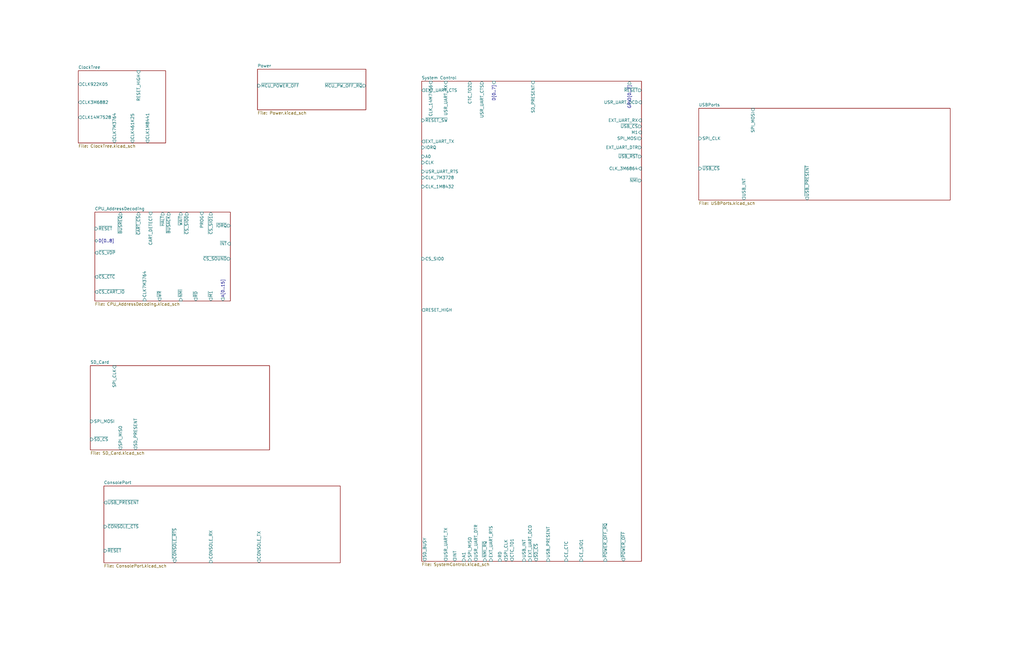
<source format=kicad_sch>
(kicad_sch
	(version 20250114)
	(generator "eeschema")
	(generator_version "9.0")
	(uuid "5593e793-d133-45d0-a91e-72805049e474")
	(paper "USLedger")
	(lib_symbols)
	(sheet
		(at 294.64 45.72)
		(size 106.045 38.735)
		(exclude_from_sim no)
		(in_bom yes)
		(on_board yes)
		(dnp no)
		(fields_autoplaced yes)
		(stroke
			(width 0.1524)
			(type solid)
		)
		(fill
			(color 0 0 0 0.0000)
		)
		(uuid "2013015a-969c-4274-b0b3-984421ff4026")
		(property "Sheetname" "USBPorts"
			(at 294.64 45.0084 0)
			(effects
				(font
					(size 1.27 1.27)
				)
				(justify left bottom)
			)
		)
		(property "Sheetfile" "USBPorts.kicad_sch"
			(at 294.64 85.0396 0)
			(effects
				(font
					(size 1.27 1.27)
				)
				(justify left top)
			)
		)
		(pin "SPI_CLK" input
			(at 294.64 58.42 180)
			(uuid "f3af3830-24eb-4135-8bab-c4ab8956acd9")
			(effects
				(font
					(size 1.27 1.27)
				)
				(justify left)
			)
		)
		(pin "~{USB_PRESENT}" output
			(at 340.36 84.455 270)
			(uuid "608f6dd7-ac18-4113-a6fa-d398d14c134a")
			(effects
				(font
					(size 1.27 1.27)
				)
				(justify left)
			)
		)
		(pin "USB_INT" output
			(at 313.69 84.455 270)
			(uuid "1bc7c2b3-61d9-4150-b985-fd7386651fc0")
			(effects
				(font
					(size 1.27 1.27)
				)
				(justify left)
			)
		)
		(pin "~{USB_CS}" input
			(at 294.64 71.12 180)
			(uuid "b83fc4de-8da9-476a-8ef1-1ae48d984544")
			(effects
				(font
					(size 1.27 1.27)
				)
				(justify left)
			)
		)
		(pin "SPI_MOSI" input
			(at 317.5 45.72 90)
			(uuid "1744b22a-fae2-45a8-8c9d-2b1a922db2af")
			(effects
				(font
					(size 1.27 1.27)
				)
				(justify right)
			)
		)
		(instances
			(project "Z80HomeBrew"
				(path "/5593e793-d133-45d0-a91e-72805049e474"
					(page "8")
				)
			)
		)
	)
	(sheet
		(at 108.585 29.21)
		(size 45.72 17.145)
		(exclude_from_sim no)
		(in_bom yes)
		(on_board yes)
		(dnp no)
		(fields_autoplaced yes)
		(stroke
			(width 0.1524)
			(type solid)
		)
		(fill
			(color 0 0 0 0.0000)
		)
		(uuid "3988d86f-c93e-49bc-9714-528a8b658c82")
		(property "Sheetname" "Power"
			(at 108.585 28.4984 0)
			(effects
				(font
					(size 1.27 1.27)
				)
				(justify left bottom)
			)
		)
		(property "Sheetfile" "Power.kicad_sch"
			(at 108.585 46.9396 0)
			(effects
				(font
					(size 1.27 1.27)
				)
				(justify left top)
			)
		)
		(pin "~{MCU_POWER_OFF}" input
			(at 108.585 36.195 180)
			(uuid "a1399e53-6679-4154-bb71-e7e2388d9051")
			(effects
				(font
					(size 1.27 1.27)
				)
				(justify left)
			)
		)
		(pin "~{MCU_PW_OFF_RQ}" output
			(at 154.305 36.195 0)
			(uuid "de624966-7aad-4759-bd24-eca4ea9f9649")
			(effects
				(font
					(size 1.27 1.27)
				)
				(justify right)
			)
		)
		(instances
			(project "Z80HomeBrew"
				(path "/5593e793-d133-45d0-a91e-72805049e474"
					(page "2")
				)
			)
		)
	)
	(sheet
		(at 40.005 89.535)
		(size 57.15 37.465)
		(exclude_from_sim no)
		(in_bom yes)
		(on_board yes)
		(dnp no)
		(fields_autoplaced yes)
		(stroke
			(width 0.1524)
			(type solid)
		)
		(fill
			(color 0 0 0 0.0000)
		)
		(uuid "42f260a1-43d6-4f51-bd99-df380e29398c")
		(property "Sheetname" "CPU_AddressDecoding"
			(at 40.005 88.8234 0)
			(effects
				(font
					(size 1.27 1.27)
				)
				(justify left bottom)
			)
		)
		(property "Sheetfile" "CPU_AddressDecoding.kicad_sch"
			(at 40.005 127.5846 0)
			(effects
				(font
					(size 1.27 1.27)
				)
				(justify left top)
			)
		)
		(pin "~{RESET}" input
			(at 40.005 96.52 180)
			(uuid "bf123172-207c-43d6-aa90-98aa32eb958b")
			(effects
				(font
					(size 1.27 1.27)
				)
				(justify left)
			)
		)
		(pin "D[0..8]" bidirectional
			(at 40.005 101.6 180)
			(uuid "cdf2dea9-7654-4d37-983a-b0b2989020d1")
			(effects
				(font
					(size 1.27 1.27)
				)
				(justify left)
			)
		)
		(pin "~{CS_VDP}" output
			(at 40.005 106.68 180)
			(uuid "c43660a7-02a3-4a99-81d6-074c92bb788b")
			(effects
				(font
					(size 1.27 1.27)
				)
				(justify left)
			)
		)
		(pin "~{CS_CTC}" output
			(at 40.005 116.84 180)
			(uuid "a3e45022-f457-4ff0-b375-47ec1f1b2bed")
			(effects
				(font
					(size 1.27 1.27)
				)
				(justify left)
			)
		)
		(pin "~{CS_CART_IO}" output
			(at 40.005 123.19 180)
			(uuid "79ac9a79-4db9-4f13-b641-be5e6c4b0bdb")
			(effects
				(font
					(size 1.27 1.27)
				)
				(justify left)
			)
		)
		(pin "CLK7M3764" input
			(at 60.96 127 270)
			(uuid "7dfc1a50-07f9-422a-96c5-e04b3bfb65ae")
			(effects
				(font
					(size 1.27 1.27)
				)
				(justify left)
			)
		)
		(pin "~{WR}" output
			(at 67.31 127 270)
			(uuid "a4e4bbbd-1bf3-48dc-b3b4-ffcfc2f68bad")
			(effects
				(font
					(size 1.27 1.27)
				)
				(justify left)
			)
		)
		(pin "~{NMI}" input
			(at 76.2 127 270)
			(uuid "c1498718-9f8e-479a-a2d5-80fa0a2d5ef3")
			(effects
				(font
					(size 1.27 1.27)
				)
				(justify left)
			)
		)
		(pin "~{RD}" output
			(at 82.55 127 270)
			(uuid "9cfd2cb6-9a8c-4c25-95e7-ee230ba36e5d")
			(effects
				(font
					(size 1.27 1.27)
				)
				(justify left)
			)
		)
		(pin "~{M1}" output
			(at 88.9 127 270)
			(uuid "62209e77-f7ca-4771-bbc9-763ed12bea3b")
			(effects
				(font
					(size 1.27 1.27)
				)
				(justify left)
			)
		)
		(pin "A[0..15]" output
			(at 93.98 127 270)
			(uuid "3eeb2c9b-33ba-4787-95f2-95edc33945c0")
			(effects
				(font
					(size 1.27 1.27)
				)
				(justify left)
			)
		)
		(pin "~{CS_SOUND}" output
			(at 97.155 109.22 0)
			(uuid "0d647745-84a5-46dc-b1f2-39c6df6090e0")
			(effects
				(font
					(size 1.27 1.27)
				)
				(justify right)
			)
		)
		(pin "~{INT}" input
			(at 97.155 102.87 0)
			(uuid "10e8b663-009f-4c78-b09d-fa02917a206b")
			(effects
				(font
					(size 1.27 1.27)
				)
				(justify right)
			)
		)
		(pin "~{IORQ}" output
			(at 97.155 95.25 0)
			(uuid "71d5fede-dd02-42bb-8d8c-c0f6ee972204")
			(effects
				(font
					(size 1.27 1.27)
				)
				(justify right)
			)
		)
		(pin "~{CS_SIO1}" output
			(at 88.9 89.535 90)
			(uuid "d0e1e022-741c-46ce-b513-0aaaf2771ec1")
			(effects
				(font
					(size 1.27 1.27)
				)
				(justify right)
			)
		)
		(pin "~{CS_SIO0}" output
			(at 78.74 89.535 90)
			(uuid "4a1c7bef-ba8d-4f6a-a6e4-5a92424d3db3")
			(effects
				(font
					(size 1.27 1.27)
				)
				(justify right)
			)
		)
		(pin "~{CART_CS}" output
			(at 58.42 89.535 90)
			(uuid "1302b4cc-e9cf-4dc6-9101-dfde9ad4b0cb")
			(effects
				(font
					(size 1.27 1.27)
				)
				(justify right)
			)
		)
		(pin "CART_DETECT" input
			(at 63.5 89.535 90)
			(uuid "172212c8-0ce0-4484-ae76-b02a5a5fc14b")
			(effects
				(font
					(size 1.27 1.27)
				)
				(justify right)
			)
		)
		(pin "~{HALT}" output
			(at 68.58 89.535 90)
			(uuid "3ae477b3-31c2-4852-a656-2d219e2c6e4f")
			(effects
				(font
					(size 1.27 1.27)
				)
				(justify right)
			)
		)
		(pin "~{BUSACK}" output
			(at 71.12 89.535 90)
			(uuid "1193f96e-bebf-42f5-96c7-6917eb8948ac")
			(effects
				(font
					(size 1.27 1.27)
				)
				(justify right)
			)
		)
		(pin "~{WAIT}" output
			(at 76.2 89.535 90)
			(uuid "1b14d213-8cb1-4d3a-8143-bbd3d1e30c33")
			(effects
				(font
					(size 1.27 1.27)
				)
				(justify right)
			)
		)
		(pin "PROG" input
			(at 85.09 89.535 90)
			(uuid "e5e911a3-df1a-4743-9d83-bd3b234c1c3b")
			(effects
				(font
					(size 1.27 1.27)
				)
				(justify right)
			)
		)
		(pin "~{BUSREQ}" output
			(at 50.8 89.535 90)
			(uuid "0e0b5c56-657a-43de-88b8-2f02aa3a3a04")
			(effects
				(font
					(size 1.27 1.27)
				)
				(justify right)
			)
		)
		(instances
			(project "Z80HomeBrew"
				(path "/5593e793-d133-45d0-a91e-72805049e474"
					(page "5")
				)
			)
		)
	)
	(sheet
		(at 33.02 29.845)
		(size 36.83 30.48)
		(exclude_from_sim no)
		(in_bom yes)
		(on_board yes)
		(dnp no)
		(fields_autoplaced yes)
		(stroke
			(width 0.1524)
			(type solid)
		)
		(fill
			(color 0 0 0 0.0000)
		)
		(uuid "4d58af3c-6e53-412a-aa45-ebff8f550c35")
		(property "Sheetname" "ClockTree"
			(at 33.02 29.1334 0)
			(effects
				(font
					(size 1.27 1.27)
				)
				(justify left bottom)
			)
		)
		(property "Sheetfile" "ClockTree.kicad_sch"
			(at 33.02 60.9096 0)
			(effects
				(font
					(size 1.27 1.27)
				)
				(justify left top)
			)
		)
		(pin "CLK922K05" output
			(at 33.02 35.56 180)
			(uuid "da96b57e-58c7-4edf-83be-df31c2dd99fa")
			(effects
				(font
					(size 1.27 1.27)
				)
				(justify left)
			)
		)
		(pin "CLK3M6882" output
			(at 33.02 43.18 180)
			(uuid "34d196a0-7a75-47c7-b953-0555d83a5341")
			(effects
				(font
					(size 1.27 1.27)
				)
				(justify left)
			)
		)
		(pin "CLK14M7528" output
			(at 33.02 49.53 180)
			(uuid "2322dd9d-9687-40dc-9519-5ebbcfe530e2")
			(effects
				(font
					(size 1.27 1.27)
				)
				(justify left)
			)
		)
		(pin "CLK7M3764" output
			(at 48.26 60.325 270)
			(uuid "0ae4c004-76e9-4c27-a8d0-5aa936a00fe4")
			(effects
				(font
					(size 1.27 1.27)
				)
				(justify left)
			)
		)
		(pin "CLK461K25" output
			(at 55.88 60.325 270)
			(uuid "fe1863ea-38d2-4f9f-a7c5-6fb241bc2d1d")
			(effects
				(font
					(size 1.27 1.27)
				)
				(justify left)
			)
		)
		(pin "CLK1M8441" output
			(at 62.23 60.325 270)
			(uuid "0532ebaf-cdf1-4232-91a8-8cae1f7a409a")
			(effects
				(font
					(size 1.27 1.27)
				)
				(justify left)
			)
		)
		(pin "RESET_HIGH" input
			(at 58.42 29.845 90)
			(uuid "63424308-6cce-4cb0-8346-4621332d7151")
			(effects
				(font
					(size 1.27 1.27)
				)
				(justify right)
			)
		)
		(instances
			(project "Z80HomeBrew"
				(path "/5593e793-d133-45d0-a91e-72805049e474"
					(page "4")
				)
			)
		)
	)
	(sheet
		(at 43.815 205.105)
		(size 99.695 32.385)
		(exclude_from_sim no)
		(in_bom yes)
		(on_board yes)
		(dnp no)
		(fields_autoplaced yes)
		(stroke
			(width 0.1524)
			(type solid)
		)
		(fill
			(color 0 0 0 0.0000)
		)
		(uuid "685e3ad0-b668-4082-bf36-08a728699034")
		(property "Sheetname" "ConsolePort"
			(at 43.815 204.3934 0)
			(effects
				(font
					(size 1.27 1.27)
				)
				(justify left bottom)
			)
		)
		(property "Sheetfile" "ConsolePort.kicad_sch"
			(at 43.815 238.0746 0)
			(effects
				(font
					(size 1.27 1.27)
				)
				(justify left top)
			)
		)
		(pin "~{USB_PRESENT}" output
			(at 43.815 212.09 180)
			(uuid "54d583c4-5b95-4069-9da7-57011501ba53")
			(effects
				(font
					(size 1.27 1.27)
				)
				(justify left)
			)
		)
		(pin "~{CONSOLE_CTS}" input
			(at 43.815 222.25 180)
			(uuid "cfb6f0f9-deb3-4fb3-901e-f3747af20bc9")
			(effects
				(font
					(size 1.27 1.27)
				)
				(justify left)
			)
		)
		(pin "~{RESET}" input
			(at 43.815 232.41 180)
			(uuid "568473e3-7b6c-4468-935c-9b538a2c1348")
			(effects
				(font
					(size 1.27 1.27)
				)
				(justify left)
			)
		)
		(pin "~{CONSOLE_RTS}" output
			(at 73.66 237.49 270)
			(uuid "10c2589e-a055-4c60-b433-851392cd981f")
			(effects
				(font
					(size 1.27 1.27)
				)
				(justify left)
			)
		)
		(pin "CONSOLE_RX" input
			(at 88.9 237.49 270)
			(uuid "e66f01fa-afd9-449a-a5ea-cb6bf95d85c1")
			(effects
				(font
					(size 1.27 1.27)
				)
				(justify left)
			)
		)
		(pin "CONSOLE_TX" output
			(at 109.22 237.49 270)
			(uuid "049860f0-9c4b-4fb8-a6db-200ee611561c")
			(effects
				(font
					(size 1.27 1.27)
				)
				(justify left)
			)
		)
		(instances
			(project "Z80HomeBrew"
				(path "/5593e793-d133-45d0-a91e-72805049e474"
					(page "7")
				)
			)
		)
	)
	(sheet
		(at 177.8 34.29)
		(size 92.71 202.565)
		(exclude_from_sim no)
		(in_bom yes)
		(on_board yes)
		(dnp no)
		(fields_autoplaced yes)
		(stroke
			(width 0.1524)
			(type solid)
		)
		(fill
			(color 0 0 0 0.0000)
		)
		(uuid "a1a9379e-380a-453b-a773-3c2b5a71d396")
		(property "Sheetname" "System Control"
			(at 177.8 33.5784 0)
			(effects
				(font
					(size 1.27 1.27)
				)
				(justify left bottom)
			)
		)
		(property "Sheetfile" "SystemControl.kicad_sch"
			(at 177.8 237.4396 0)
			(effects
				(font
					(size 1.27 1.27)
				)
				(justify left top)
			)
		)
		(pin "A0" input
			(at 177.8 66.04 180)
			(uuid "929245a2-975d-4cb5-84e7-e3a1c6a81cd6")
			(effects
				(font
					(size 1.27 1.27)
				)
				(justify left)
			)
		)
		(pin "CLK" input
			(at 177.8 68.58 180)
			(uuid "925484dc-7f07-4cac-a6c1-538086ae748c")
			(effects
				(font
					(size 1.27 1.27)
				)
				(justify left)
			)
		)
		(pin "USR_UART_RTS" input
			(at 177.8 72.39 180)
			(uuid "56465b84-bcff-4420-8701-b96103de7e2f")
			(effects
				(font
					(size 1.27 1.27)
				)
				(justify left)
			)
		)
		(pin "CLK_7M3728" input
			(at 177.8 74.93 180)
			(uuid "34165696-d05a-40e0-ba81-346e1405ffb8")
			(effects
				(font
					(size 1.27 1.27)
				)
				(justify left)
			)
		)
		(pin "CLK_1M8432" input
			(at 177.8 78.74 180)
			(uuid "662b4461-52de-4b43-9fef-83e6dd82daec")
			(effects
				(font
					(size 1.27 1.27)
				)
				(justify left)
			)
		)
		(pin "USR_UART_TX" output
			(at 187.96 236.855 270)
			(uuid "7635553b-9e4f-4a32-9559-d4e0981fa953")
			(effects
				(font
					(size 1.27 1.27)
				)
				(justify left)
			)
		)
		(pin "A1" input
			(at 195.58 236.855 270)
			(uuid "9bff7556-8c4c-4cd7-b1ca-4b2cbf6a9378")
			(effects
				(font
					(size 1.27 1.27)
				)
				(justify left)
			)
		)
		(pin "USR_UART_DTR" output
			(at 200.66 236.855 270)
			(uuid "cbcb7708-8b88-4eb2-8c16-94cd63ba443b")
			(effects
				(font
					(size 1.27 1.27)
				)
				(justify left)
			)
		)
		(pin "EXT_UART_RTS" input
			(at 207.01 236.855 270)
			(uuid "5170e4bf-94bc-40e4-8f30-0ab92a21a8a0")
			(effects
				(font
					(size 1.27 1.27)
				)
				(justify left)
			)
		)
		(pin "CTC_TO1" output
			(at 215.9 236.855 270)
			(uuid "b02a931a-003f-46f2-ba9b-dd3ffee0a2fd")
			(effects
				(font
					(size 1.27 1.27)
				)
				(justify left)
			)
		)
		(pin "EXT_UART_DCD" input
			(at 223.52 236.855 270)
			(uuid "f3f6b47b-9881-479a-831d-266d5cd1c79b")
			(effects
				(font
					(size 1.27 1.27)
				)
				(justify left)
			)
		)
		(pin "EXT_UART_DTR" output
			(at 270.51 62.23 0)
			(uuid "b57dc71e-02be-4147-abd9-8e94a5c64265")
			(effects
				(font
					(size 1.27 1.27)
				)
				(justify right)
			)
		)
		(pin "M1" input
			(at 270.51 55.88 0)
			(uuid "32987070-95e6-4478-8457-1fa6b258b26e")
			(effects
				(font
					(size 1.27 1.27)
				)
				(justify right)
			)
		)
		(pin "EXT_UART_RX" input
			(at 270.51 50.8 0)
			(uuid "d61752f5-798a-4e49-85c1-d8f7e0104ab3")
			(effects
				(font
					(size 1.27 1.27)
				)
				(justify right)
			)
		)
		(pin "USR_UART_DCD" input
			(at 270.51 43.18 0)
			(uuid "a47a9342-7ab5-4b88-ae5a-740cc012ff43")
			(effects
				(font
					(size 1.27 1.27)
				)
				(justify right)
			)
		)
		(pin "SD_PRESENT" input
			(at 224.79 34.29 90)
			(uuid "07111541-2c63-43ce-a08d-5ef06a902867")
			(effects
				(font
					(size 1.27 1.27)
				)
				(justify right)
			)
		)
		(pin "D[0..7]" input
			(at 208.28 34.29 90)
			(uuid "c2584273-feab-413a-b437-5225b6390221")
			(effects
				(font
					(size 1.27 1.27)
				)
				(justify right)
			)
		)
		(pin "CTC_TO2" output
			(at 198.12 34.29 90)
			(uuid "7e4daac0-ef2a-40b7-a218-05ba18c59093")
			(effects
				(font
					(size 1.27 1.27)
				)
				(justify right)
			)
		)
		(pin "USR_UART_RX" input
			(at 187.96 34.29 90)
			(uuid "e34da853-5410-46c1-b78f-cd00a6929512")
			(effects
				(font
					(size 1.27 1.27)
				)
				(justify right)
			)
		)
		(pin "CLK_14M7456" input
			(at 181.61 34.29 90)
			(uuid "e0865e5d-622d-49c0-9566-6715d4cf55d7")
			(effects
				(font
					(size 1.27 1.27)
				)
				(justify right)
			)
		)
		(pin "CLK_3M6864" input
			(at 270.51 71.12 0)
			(uuid "7b79ce4a-e7b3-4187-a710-b34e8b36716c")
			(effects
				(font
					(size 1.27 1.27)
				)
				(justify right)
			)
		)
		(pin "USB_PRESENT" input
			(at 231.14 236.855 270)
			(uuid "0821c68e-a447-463e-a187-18b6f9dad0db")
			(effects
				(font
					(size 1.27 1.27)
				)
				(justify left)
			)
		)
		(pin "RD" input
			(at 210.82 236.855 270)
			(uuid "ad5849a1-04b7-4a25-8616-0dde1bf31130")
			(effects
				(font
					(size 1.27 1.27)
				)
				(justify left)
			)
		)
		(pin "EXT_UART_TX" output
			(at 177.8 59.69 180)
			(uuid "35adadee-f513-4cde-8ca2-ff83dcd141b4")
			(effects
				(font
					(size 1.27 1.27)
				)
				(justify left)
			)
		)
		(pin "EXT_UART_CTS" output
			(at 177.8 38.1 180)
			(uuid "e88ee211-b085-45b1-8d5a-b23b82739d6f")
			(effects
				(font
					(size 1.27 1.27)
				)
				(justify left)
			)
		)
		(pin "IORQ" input
			(at 177.8 62.23 180)
			(uuid "a061d065-0c95-4561-8528-772646ee0841")
			(effects
				(font
					(size 1.27 1.27)
				)
				(justify left)
			)
		)
		(pin "INT" output
			(at 191.77 236.855 270)
			(uuid "e799a04c-7fd6-458e-b889-c6ce5d3aaf9f")
			(effects
				(font
					(size 1.27 1.27)
				)
				(justify left)
			)
		)
		(pin "USR_UART_CTS" output
			(at 203.2 34.29 90)
			(uuid "8afff478-c5cc-4d2b-be4d-fabb543720bd")
			(effects
				(font
					(size 1.27 1.27)
				)
				(justify right)
			)
		)
		(pin "~{RESET}" output
			(at 270.51 38.1 0)
			(uuid "33f2b4ca-f780-425a-aa1e-c093b16b1c33")
			(effects
				(font
					(size 1.27 1.27)
				)
				(justify right)
			)
		)
		(pin "~{USB_CS}" output
			(at 270.51 53.34 0)
			(uuid "486c1dd4-9830-403d-9548-d4f1b7083914")
			(effects
				(font
					(size 1.27 1.27)
				)
				(justify right)
			)
		)
		(pin "SPI_MOSI" output
			(at 270.51 58.42 0)
			(uuid "db0b26bb-7302-46a7-b4ad-d16c1d3f8ec9")
			(effects
				(font
					(size 1.27 1.27)
				)
				(justify right)
			)
		)
		(pin "~{USB_RST}" output
			(at 270.51 66.04 0)
			(uuid "062f6bc0-7d05-41e4-8c08-9a357f2366ca")
			(effects
				(font
					(size 1.27 1.27)
				)
				(justify right)
			)
		)
		(pin "~{NMI}" output
			(at 270.51 76.2 0)
			(uuid "75d35e47-25ed-447a-99f7-47a0baec5ead")
			(effects
				(font
					(size 1.27 1.27)
				)
				(justify right)
			)
		)
		(pin "~{SD_CS}" output
			(at 226.06 236.855 270)
			(uuid "4ffe77ba-7792-435d-b902-1ddc0121d29e")
			(effects
				(font
					(size 1.27 1.27)
				)
				(justify left)
			)
		)
		(pin "USB_INT" input
			(at 220.98 236.855 270)
			(uuid "4c214f6d-d918-48de-94de-c148e294aaf4")
			(effects
				(font
					(size 1.27 1.27)
				)
				(justify left)
			)
		)
		(pin "SPI_CLK" output
			(at 213.36 236.855 270)
			(uuid "891bd4be-7cd3-4bef-8604-4ef0a47cb27e")
			(effects
				(font
					(size 1.27 1.27)
				)
				(justify left)
			)
		)
		(pin "~{NMI_RQ}" input
			(at 204.47 236.855 270)
			(uuid "c50e1111-ff95-4fb3-9d23-03bdc324d6ad")
			(effects
				(font
					(size 1.27 1.27)
				)
				(justify left)
			)
		)
		(pin "SPI_MISO" input
			(at 198.12 236.855 270)
			(uuid "ec49964e-ce26-4cad-bfea-b8ebcafe5439")
			(effects
				(font
					(size 1.27 1.27)
				)
				(justify left)
			)
		)
		(pin "SD_BUSY" output
			(at 179.07 236.855 270)
			(uuid "94ed7374-3409-440a-a93b-d4f0bd58837b")
			(effects
				(font
					(size 1.27 1.27)
				)
				(justify left)
			)
		)
		(pin "~{RESET_SW}" input
			(at 177.8 50.8 180)
			(uuid "d47eaec7-c6c6-4ff8-8556-73ec485cecb4")
			(effects
				(font
					(size 1.27 1.27)
				)
				(justify left)
			)
		)
		(pin "~{POWER_OFF}" output
			(at 262.89 236.855 270)
			(uuid "d91f61e9-87df-46aa-9e54-39a3cbb2f0f4")
			(effects
				(font
					(size 1.27 1.27)
				)
				(justify left)
			)
		)
		(pin "~{POWER_OFF_RQ}" input
			(at 255.27 236.855 270)
			(uuid "ec8b4c2f-f47a-4cbd-a621-34da448deb63")
			(effects
				(font
					(size 1.27 1.27)
				)
				(justify left)
			)
		)
		(pin "CE_SIO1" input
			(at 245.11 236.855 270)
			(uuid "1dfc821f-20bf-4d9e-8ab7-3956d96dedc2")
			(effects
				(font
					(size 1.27 1.27)
				)
				(justify left)
			)
		)
		(pin "CE_CTC" input
			(at 238.76 236.855 270)
			(uuid "cb9ff4b9-3e5d-45ac-9d65-60458601fe8c")
			(effects
				(font
					(size 1.27 1.27)
				)
				(justify left)
			)
		)
		(pin "GPIO[0..7]" output
			(at 265.43 34.29 90)
			(uuid "191bfc1f-6686-40e6-985e-0b7e8d88ba52")
			(effects
				(font
					(size 1.27 1.27)
				)
				(justify right)
			)
		)
		(pin "CS_SIO0" input
			(at 177.8 109.22 180)
			(uuid "47d832a9-2263-48f9-992c-6f2ad932ca11")
			(effects
				(font
					(size 1.27 1.27)
				)
				(justify left)
			)
		)
		(pin "RESET_HIGH" output
			(at 177.8 130.81 180)
			(uuid "ed984104-8af8-48b6-86bc-d28cc083e883")
			(effects
				(font
					(size 1.27 1.27)
				)
				(justify left)
			)
		)
		(instances
			(project "Z80HomeBrew"
				(path "/5593e793-d133-45d0-a91e-72805049e474"
					(page "3")
				)
			)
		)
	)
	(sheet
		(at 38.1 154.305)
		(size 75.565 35.56)
		(exclude_from_sim no)
		(in_bom yes)
		(on_board yes)
		(dnp no)
		(fields_autoplaced yes)
		(stroke
			(width 0.1524)
			(type solid)
		)
		(fill
			(color 0 0 0 0.0000)
		)
		(uuid "ac00d412-82cc-4c0b-919f-15c837faa4e5")
		(property "Sheetname" "SD_Card"
			(at 38.1 153.5934 0)
			(effects
				(font
					(size 1.27 1.27)
				)
				(justify left bottom)
			)
		)
		(property "Sheetfile" "SD_Card.kicad_sch"
			(at 38.1 190.4496 0)
			(effects
				(font
					(size 1.27 1.27)
				)
				(justify left top)
			)
		)
		(pin "SPI_CLK" input
			(at 48.26 154.305 90)
			(uuid "02186b57-8540-4de9-afe0-4db2aa39c7fc")
			(effects
				(font
					(size 1.27 1.27)
				)
				(justify right)
			)
		)
		(pin "SPI_MOSI" input
			(at 38.1 177.8 180)
			(uuid "b95de08e-1650-43c8-b1b3-dc0cf99e62fb")
			(effects
				(font
					(size 1.27 1.27)
				)
				(justify left)
			)
		)
		(pin "~{SD_CS}" input
			(at 38.1 185.42 180)
			(uuid "f5a9997a-95a7-4831-9857-1918cb49a01f")
			(effects
				(font
					(size 1.27 1.27)
				)
				(justify left)
			)
		)
		(pin "SPI_MISO" output
			(at 50.8 189.865 270)
			(uuid "8557c17c-9011-4f2a-be8b-1239e163f83c")
			(effects
				(font
					(size 1.27 1.27)
				)
				(justify left)
			)
		)
		(pin "SD_PRESENT" output
			(at 57.15 189.865 270)
			(uuid "4141d564-491b-4708-83a8-25675c6ce5dc")
			(effects
				(font
					(size 1.27 1.27)
				)
				(justify left)
			)
		)
		(instances
			(project "Z80HomeBrew"
				(path "/5593e793-d133-45d0-a91e-72805049e474"
					(page "6")
				)
			)
		)
	)
	(sheet_instances
		(path "/"
			(page "1")
		)
	)
	(embedded_fonts no)
)

</source>
